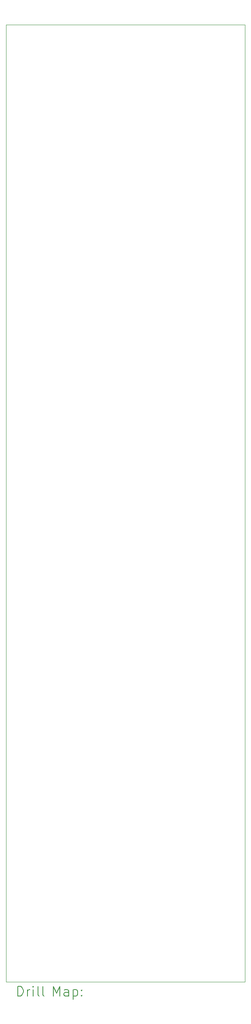
<source format=gbr>
%TF.GenerationSoftware,KiCad,Pcbnew,7.0.0-da2b9df05c~163~ubuntu22.04.1*%
%TF.CreationDate,2023-02-21T20:52:09-05:00*%
%TF.ProjectId,multiples_panel,6d756c74-6970-46c6-9573-5f70616e656c,rev?*%
%TF.SameCoordinates,Original*%
%TF.FileFunction,Drillmap*%
%TF.FilePolarity,Positive*%
%FSLAX45Y45*%
G04 Gerber Fmt 4.5, Leading zero omitted, Abs format (unit mm)*
G04 Created by KiCad (PCBNEW 7.0.0-da2b9df05c~163~ubuntu22.04.1) date 2023-02-21 20:52:09*
%MOMM*%
%LPD*%
G01*
G04 APERTURE LIST*
%ADD10C,0.050000*%
%ADD11C,0.200000*%
G04 APERTURE END LIST*
D10*
X10000000Y-21500000D02*
X10000000Y-1500000D01*
X15000000Y-21500000D02*
X10000000Y-21500000D01*
X10000000Y-1500000D02*
X15000000Y-1500000D01*
X15000000Y-1500000D02*
X15000000Y-21500000D01*
D11*
X10245119Y-21795976D02*
X10245119Y-21595976D01*
X10245119Y-21595976D02*
X10292738Y-21595976D01*
X10292738Y-21595976D02*
X10321310Y-21605500D01*
X10321310Y-21605500D02*
X10340357Y-21624548D01*
X10340357Y-21624548D02*
X10349881Y-21643595D01*
X10349881Y-21643595D02*
X10359405Y-21681690D01*
X10359405Y-21681690D02*
X10359405Y-21710262D01*
X10359405Y-21710262D02*
X10349881Y-21748357D01*
X10349881Y-21748357D02*
X10340357Y-21767405D01*
X10340357Y-21767405D02*
X10321310Y-21786452D01*
X10321310Y-21786452D02*
X10292738Y-21795976D01*
X10292738Y-21795976D02*
X10245119Y-21795976D01*
X10445119Y-21795976D02*
X10445119Y-21662643D01*
X10445119Y-21700738D02*
X10454643Y-21681690D01*
X10454643Y-21681690D02*
X10464167Y-21672167D01*
X10464167Y-21672167D02*
X10483214Y-21662643D01*
X10483214Y-21662643D02*
X10502262Y-21662643D01*
X10568929Y-21795976D02*
X10568929Y-21662643D01*
X10568929Y-21595976D02*
X10559405Y-21605500D01*
X10559405Y-21605500D02*
X10568929Y-21615024D01*
X10568929Y-21615024D02*
X10578452Y-21605500D01*
X10578452Y-21605500D02*
X10568929Y-21595976D01*
X10568929Y-21595976D02*
X10568929Y-21615024D01*
X10692738Y-21795976D02*
X10673690Y-21786452D01*
X10673690Y-21786452D02*
X10664167Y-21767405D01*
X10664167Y-21767405D02*
X10664167Y-21595976D01*
X10797500Y-21795976D02*
X10778452Y-21786452D01*
X10778452Y-21786452D02*
X10768929Y-21767405D01*
X10768929Y-21767405D02*
X10768929Y-21595976D01*
X10993690Y-21795976D02*
X10993690Y-21595976D01*
X10993690Y-21595976D02*
X11060357Y-21738833D01*
X11060357Y-21738833D02*
X11127024Y-21595976D01*
X11127024Y-21595976D02*
X11127024Y-21795976D01*
X11307976Y-21795976D02*
X11307976Y-21691214D01*
X11307976Y-21691214D02*
X11298452Y-21672167D01*
X11298452Y-21672167D02*
X11279405Y-21662643D01*
X11279405Y-21662643D02*
X11241309Y-21662643D01*
X11241309Y-21662643D02*
X11222262Y-21672167D01*
X11307976Y-21786452D02*
X11288928Y-21795976D01*
X11288928Y-21795976D02*
X11241309Y-21795976D01*
X11241309Y-21795976D02*
X11222262Y-21786452D01*
X11222262Y-21786452D02*
X11212738Y-21767405D01*
X11212738Y-21767405D02*
X11212738Y-21748357D01*
X11212738Y-21748357D02*
X11222262Y-21729310D01*
X11222262Y-21729310D02*
X11241309Y-21719786D01*
X11241309Y-21719786D02*
X11288928Y-21719786D01*
X11288928Y-21719786D02*
X11307976Y-21710262D01*
X11403214Y-21662643D02*
X11403214Y-21862643D01*
X11403214Y-21672167D02*
X11422262Y-21662643D01*
X11422262Y-21662643D02*
X11460357Y-21662643D01*
X11460357Y-21662643D02*
X11479405Y-21672167D01*
X11479405Y-21672167D02*
X11488928Y-21681690D01*
X11488928Y-21681690D02*
X11498452Y-21700738D01*
X11498452Y-21700738D02*
X11498452Y-21757881D01*
X11498452Y-21757881D02*
X11488928Y-21776929D01*
X11488928Y-21776929D02*
X11479405Y-21786452D01*
X11479405Y-21786452D02*
X11460357Y-21795976D01*
X11460357Y-21795976D02*
X11422262Y-21795976D01*
X11422262Y-21795976D02*
X11403214Y-21786452D01*
X11584167Y-21776929D02*
X11593690Y-21786452D01*
X11593690Y-21786452D02*
X11584167Y-21795976D01*
X11584167Y-21795976D02*
X11574643Y-21786452D01*
X11574643Y-21786452D02*
X11584167Y-21776929D01*
X11584167Y-21776929D02*
X11584167Y-21795976D01*
X11584167Y-21672167D02*
X11593690Y-21681690D01*
X11593690Y-21681690D02*
X11584167Y-21691214D01*
X11584167Y-21691214D02*
X11574643Y-21681690D01*
X11574643Y-21681690D02*
X11584167Y-21672167D01*
X11584167Y-21672167D02*
X11584167Y-21691214D01*
M02*

</source>
